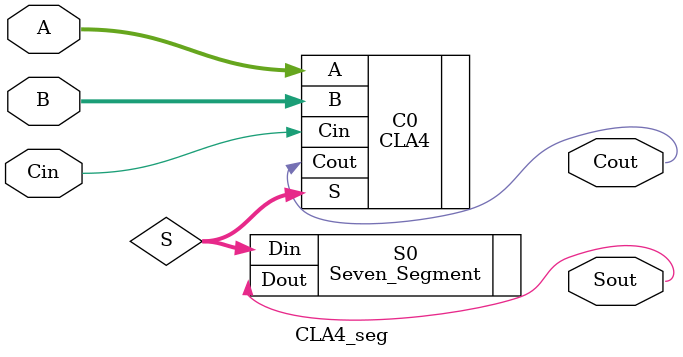
<source format=v>
module CLA4_seg(A,B,Cin,Sout,Cout);
input [3:0] A,B;
input Cin;
output Sout;
output Cout;

wire [3:0] S;

CLA4 C0(.A(A),.B(B),.Cin(Cin),.S(S),.Cout(Cout));
Seven_Segment S0(.Din(S), .Dout(Sout));

endmodule

</source>
